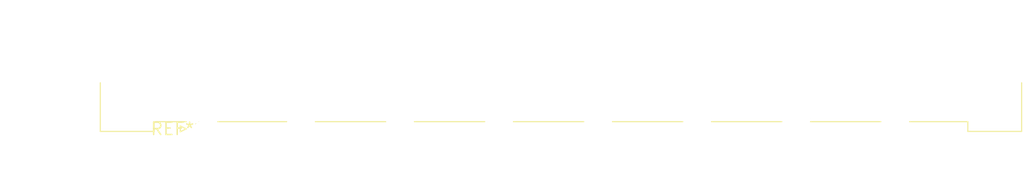
<source format=kicad_pcb>
(kicad_pcb (version 20240108) (generator pcbnew)
  (layers (0 "F.Cu" signal) (31 "B.Cu" signal) (34 "B.Paste" user) (35 "F.Paste" user) (36 "B.SilkS" user "B.Silkscreen") (37 "F.SilkS" user "F.Silkscreen") (38 "B.Mask" user) (39 "F.Mask" user) (44 "Edge.Cuts" user))
  (net 0 "")
  (footprint "DIN41612_D_2x8_Male_Horizontal_THT" (layer "F.Cu") (at 0 0)
    (property "Reference" "REF**")
    (property "Value" "DIN41612_D_2x8_Male_Horizontal_THT")
    (fp_line (start -7.89 -4.74) (end -7.89 0.26) (layer "F.SilkS") (stroke (width 0.12)))
    (fp_line (start -7.89 0.26) (end -2.37 0.26) (layer "F.SilkS") (stroke (width 0.12)))
    (fp_line (start -2.371 -0.74) (end 0.92 -0.74) (layer "F.SilkS") (stroke (width 0.12)))
    (fp_line (start -2.37 0.26) (end -2.37 -0.74) (layer "F.SilkS") (stroke (width 0.12)))
    (fp_line (start 0.32 -0.3) (end 0.32 0.3) (layer "F.SilkS") (stroke (width 0.12)))
    (fp_line (start 0.32 0.3) (end 0.92 0) (layer "F.SilkS") (stroke (width 0.12)))
    (fp_line (start 0.92 0) (end 0.32 -0.3) (layer "F.SilkS") (stroke (width 0.12)))
    (fp_line (start 4.16 -0.74) (end 11.229 -0.74) (layer "F.SilkS") (stroke (width 0.12)))
    (fp_line (start 14.172 -0.74) (end 21.389 -0.74) (layer "F.SilkS") (stroke (width 0.12)))
    (fp_line (start 24.332 -0.74) (end 31.549 -0.74) (layer "F.SilkS") (stroke (width 0.12)))
    (fp_line (start 34.492 -0.74) (end 41.709 -0.74) (layer "F.SilkS") (stroke (width 0.12)))
    (fp_line (start 44.652 -0.74) (end 51.869 -0.74) (layer "F.SilkS") (stroke (width 0.12)))
    (fp_line (start 54.812 -0.74) (end 62.029 -0.74) (layer "F.SilkS") (stroke (width 0.12)))
    (fp_line (start 64.972 -0.74) (end 72.189 -0.74) (layer "F.SilkS") (stroke (width 0.12)))
    (fp_line (start 75.132 -0.74) (end 81.11 -0.74) (layer "F.SilkS") (stroke (width 0.12)))
    (fp_line (start 81.11 0.26) (end 81.11 -0.74) (layer "F.SilkS") (stroke (width 0.12)))
    (fp_line (start 86.63 -4.74) (end 86.63 0.26) (layer "F.SilkS") (stroke (width 0.12)))
    (fp_line (start 86.63 0.26) (end 81.11 0.26) (layer "F.SilkS") (stroke (width 0.12)))
    (pad "" np_thru_hole circle (at -5.08 -2.54) (size 2.85 2.85) (drill 2.85) (layers *.Cu *.Mask))
    (pad "" np_thru_hole circle (at 83.82 -2.54) (size 2.85 2.85) (drill 2.85) (layers *.Cu *.Mask))
    (pad "a2" thru_hole roundrect (at 2.54 0) (size 2.6 2.6) (drill 1.6) (layers *.Cu *.Mask) (remove_unused_layers) (roundrect_rratio 0.096154))
    (pad "a6" thru_hole circle (at 12.7 0) (size 2.6 2.6) (drill 1.6) (layers *.Cu *.Mask) (remove_unused_layers))
    (pad "a10" thru_hole circle (at 22.86 0) (size 2.6 2.6) (drill 1.6) (layers *.Cu *.Mask) (remove_unused_layers))
    (pad "a14" thru_hole circle (at 33.02 0) (size 2.6 2.6) (drill 1.6) (layers *.Cu *.Mask) (remove_unused_layers))
    (pad "a18" thru_hole circle (at 43.18 0) (size 2.6 2.6) (drill 1.6) (layers *.Cu *.Mask) (remove_unused_layers))
    (pad "a22" thru_hole circle (at 53.34 0) (size 2.6 2.6) (drill 1.6) (layers *.Cu *.Mask) (remove_unused_layers))
    (pad "a26" thru_hole circle (at 63.5 0) (size 2.6 2.6) (drill 1.6) (layers *.Cu *.Mask) (remove_unused_layers))
    (pad "a30" thru_hole circle (at 73.66 0) (size 2.6 2.6) (drill 1.6) (layers *.Cu *.Mask) (remove_unused_layers))
    (pad "c2" thru_hole circle (at 2.54 5.08) (size 2.6 2.6) (drill 1.6) (layers *.Cu *.Mask) (remove_unused_layers))
    (pad "c6" thru_hole circle (at 12.7 5.08) (size 2.6 2.6) (drill 1.6) (layers *.Cu *.Mask) (remove_unused_layers))
    (pad "c10" thru_hole circle (at 22.86 5.08) (size 2.6 2.6) (drill 1.6) (layers *.Cu *.Mask) (remove_unused_layers))
    (pad "c14" thru_hole circle (at 33.02 5.08) (size 2.6 2.6) (drill 1.6) (layers *.Cu *.Mask) (remove_unused_layers))
    (pad "c18" thru_hole circle (at 43.18 5.08) (size 2.6 2.6) (drill 1.6) (layers *.Cu *.Mask) (remove_unused_layers))
    (pad "c22" thru_hole circle (at 53.34 5.08) (size 2.6 2.6) (drill 1.6) (layers *.Cu *.Mask) (remove_unused_layers))
    (pad "c26" thru_hole circle (at 63.5 5.08) (size 2.6 2.6) (drill 1.6) (layers *.Cu *.Mask) (remove_unused_layers))
    (pad "c30" thru_hole circle (at 73.66 5.08) (size 2.6 2.6) (drill 1.6) (layers *.Cu *.Mask) (remove_unused_layers))
  )
)
</source>
